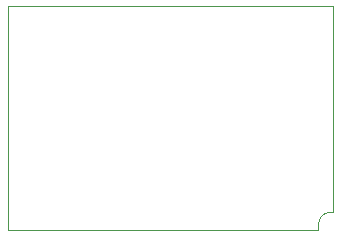
<source format=gbr>
%TF.GenerationSoftware,KiCad,Pcbnew,7.0.7*%
%TF.CreationDate,2024-01-11T19:31:21-08:00*%
%TF.ProjectId,beeper-design,62656570-6572-42d6-9465-7369676e2e6b,rev?*%
%TF.SameCoordinates,Original*%
%TF.FileFunction,Profile,NP*%
%FSLAX46Y46*%
G04 Gerber Fmt 4.6, Leading zero omitted, Abs format (unit mm)*
G04 Created by KiCad (PCBNEW 7.0.7) date 2024-01-11 19:31:21*
%MOMM*%
%LPD*%
G01*
G04 APERTURE LIST*
%TA.AperFunction,Profile*%
%ADD10C,0.050000*%
%TD*%
G04 APERTURE END LIST*
D10*
X152000000Y-117500000D02*
X125750000Y-117500000D01*
X125750000Y-117500000D02*
X125750000Y-98500000D01*
X125750000Y-98500000D02*
X153250000Y-98500000D01*
X153250000Y-98500000D02*
X153250000Y-116000000D01*
X153250000Y-116000000D02*
X153000000Y-116000000D01*
X153000000Y-116000000D02*
G75*
G03*
X152000000Y-117000000I0J-1000000D01*
G01*
X152000000Y-117000000D02*
X152000000Y-117500000D01*
M02*

</source>
